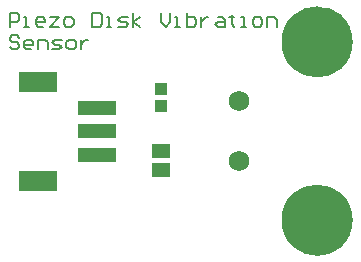
<source format=gts>
%FSLAX25Y25*%
%MOIN*%
G70*
G01*
G75*
G04 Layer_Color=8388736*
%ADD10R,0.03543X0.03150*%
%ADD11R,0.11811X0.05906*%
%ADD12R,0.11811X0.03937*%
%ADD13R,0.05118X0.03937*%
%ADD14C,0.01000*%
%ADD15C,0.06000*%
%ADD16C,0.03937*%
%ADD17C,0.23622*%
%ADD18C,0.00030*%
%ADD19C,0.00787*%
%ADD20C,0.05906*%
%ADD21R,0.04343X0.03950*%
%ADD22R,0.12611X0.06706*%
%ADD23R,0.12611X0.04737*%
%ADD24R,0.05918X0.04737*%
%ADD25C,0.06800*%
D16*
X98516Y79413D02*
D03*
X111043D02*
D03*
X104780Y82008D02*
D03*
X95921Y73150D02*
D03*
X98516Y66886D02*
D03*
X104780Y64291D02*
D03*
X111043Y66886D02*
D03*
X113638Y73150D02*
D03*
X98516Y19913D02*
D03*
X111043D02*
D03*
X104780Y22508D02*
D03*
X95921Y13650D02*
D03*
X98516Y7386D02*
D03*
X104780Y4791D02*
D03*
X111043Y7386D02*
D03*
X113638Y13650D02*
D03*
D17*
X104780Y73150D02*
D03*
Y13650D02*
D03*
D19*
X2279Y78150D02*
Y82872D01*
X4641D01*
X5428Y82085D01*
Y80511D01*
X4641Y79724D01*
X2279D01*
X7002Y78150D02*
X8577D01*
X7790D01*
Y81298D01*
X7002D01*
X13300Y78150D02*
X11725D01*
X10938Y78937D01*
Y80511D01*
X11725Y81298D01*
X13300D01*
X14087Y80511D01*
Y79724D01*
X10938D01*
X15661Y81298D02*
X18810D01*
X15661Y78150D01*
X18810D01*
X21171D02*
X22745D01*
X23532Y78937D01*
Y80511D01*
X22745Y81298D01*
X21171D01*
X20384Y80511D01*
Y78937D01*
X21171Y78150D01*
X29830Y82872D02*
Y78150D01*
X32191D01*
X32978Y78937D01*
Y82085D01*
X32191Y82872D01*
X29830D01*
X34553Y78150D02*
X36127D01*
X35340D01*
Y81298D01*
X34553D01*
X38488Y78150D02*
X40850D01*
X41637Y78937D01*
X40850Y79724D01*
X39275D01*
X38488Y80511D01*
X39275Y81298D01*
X41637D01*
X43211Y78150D02*
Y82872D01*
Y79724D02*
X45573Y81298D01*
X43211Y79724D02*
X45573Y78150D01*
X52657Y82872D02*
Y79724D01*
X54231Y78150D01*
X55805Y79724D01*
Y82872D01*
X57380Y78150D02*
X58954D01*
X58167D01*
Y81298D01*
X57380D01*
X61316Y82872D02*
Y78150D01*
X63677D01*
X64464Y78937D01*
Y79724D01*
Y80511D01*
X63677Y81298D01*
X61316D01*
X66038D02*
Y78150D01*
Y79724D01*
X66826Y80511D01*
X67613Y81298D01*
X68400D01*
X71548D02*
X73123D01*
X73910Y80511D01*
Y78150D01*
X71548D01*
X70761Y78937D01*
X71548Y79724D01*
X73910D01*
X76271Y82085D02*
Y81298D01*
X75484D01*
X77059D01*
X76271D01*
Y78937D01*
X77059Y78150D01*
X79420D02*
X80994D01*
X80207D01*
Y81298D01*
X79420D01*
X84143Y78150D02*
X85717D01*
X86504Y78937D01*
Y80511D01*
X85717Y81298D01*
X84143D01*
X83356Y80511D01*
Y78937D01*
X84143Y78150D01*
X88078D02*
Y81298D01*
X90440D01*
X91227Y80511D01*
Y78150D01*
X5428Y74585D02*
X4641Y75372D01*
X3067D01*
X2279Y74585D01*
Y73798D01*
X3067Y73011D01*
X4641D01*
X5428Y72224D01*
Y71437D01*
X4641Y70650D01*
X3067D01*
X2279Y71437D01*
X9364Y70650D02*
X7790D01*
X7002Y71437D01*
Y73011D01*
X7790Y73798D01*
X9364D01*
X10151Y73011D01*
Y72224D01*
X7002D01*
X11725Y70650D02*
Y73798D01*
X14087D01*
X14874Y73011D01*
Y70650D01*
X16448D02*
X18810D01*
X19597Y71437D01*
X18810Y72224D01*
X17235D01*
X16448Y73011D01*
X17235Y73798D01*
X19597D01*
X21958Y70650D02*
X23532D01*
X24320Y71437D01*
Y73011D01*
X23532Y73798D01*
X21958D01*
X21171Y73011D01*
Y71437D01*
X21958Y70650D01*
X25894Y73798D02*
Y70650D01*
Y72224D01*
X26681Y73011D01*
X27468Y73798D01*
X28255D01*
D20*
X113638Y73150D02*
G03*
X113638Y73150I-8858J0D01*
G01*
Y13650D02*
G03*
X113638Y13650I-8858J0D01*
G01*
D21*
X52780Y57406D02*
D03*
Y51894D02*
D03*
D22*
X11811Y59842D02*
D03*
Y26772D02*
D03*
D23*
X31496Y35433D02*
D03*
Y51181D02*
D03*
Y43307D02*
D03*
D24*
X52780Y30500D02*
D03*
Y36799D02*
D03*
D25*
X78740Y33307D02*
D03*
Y53307D02*
D03*
M02*

</source>
